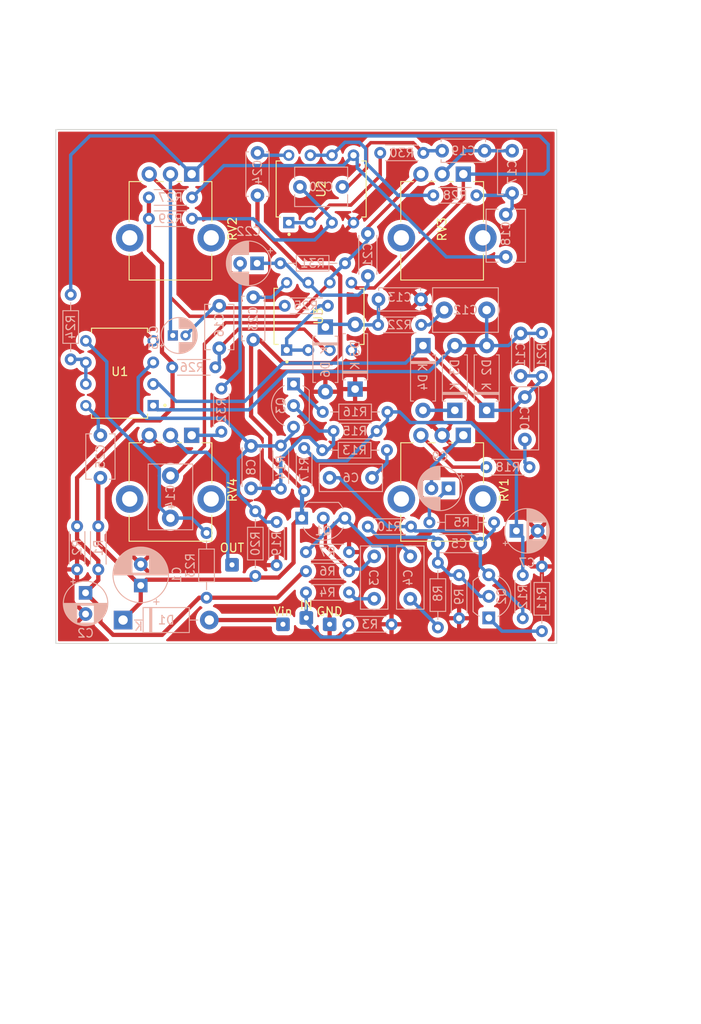
<source format=kicad_pcb>
(kicad_pcb (version 20221018) (generator pcbnew)
  (layers (0 "F.Cu" signal) (31 "B.Cu" signal) (34 "B.Paste" user) (35 "F.Paste" user) (36 "B.SilkS" user "B.Silkscreen") (37 "F.SilkS" user "F.Silkscreen") (38 "B.Mask" user) (39 "F.Mask" user) (44 "Edge.Cuts" user))
  (net 0 "")
  (net 1 "GND")
  (net 2 "/+4.5V")
  (net 3 "Net-(C3-Pad1)")
  (net 4 "Net-(Q1-G)")
  (net 5 "Net-(Q1-S)")
  (net 6 "Net-(C4-Pad2)")
  (net 7 "Net-(Q2-B)")
  (net 8 "Net-(Q2-C)")
  (net 9 "Net-(C6-Pad2)")
  (net 10 "Net-(C7-Pad1)")
  (net 11 "Net-(Q3-B)")
  (net 12 "Net-(Q3-C)")
  (net 13 "Net-(C9-Pad1)")
  (net 14 "Net-(C9-Pad2)")
  (net 15 "Net-(C10-Pad1)")
  (net 16 "Net-(D2-A)")
  (net 17 "Net-(D2-K)")
  (net 18 "Net-(C12-Pad2)")
  (net 19 "Net-(D5-A)")
  (net 20 "Net-(U1B-+)")
  (net 21 "Net-(C15-Pad1)")
  (net 22 "Net-(C15-Pad2)")
  (net 23 "Net-(U3A-+)")
  (net 24 "Net-(C17-Pad1)")
  (net 25 "Net-(C17-Pad2)")
  (net 26 "Net-(U2B-+)")
  (net 27 "Net-(C19-Pad1)")
  (net 28 "Net-(U2A-+)")
  (net 29 "Net-(C21-Pad1)")
  (net 30 "Net-(U3B--)")
  (net 31 "Net-(C22-Pad2)")
  (net 32 "Net-(D3-K)")
  (net 33 "/Vin")
  (net 34 "Net-(Q2-E)")
  (net 35 "Net-(Q3-E)")
  (net 36 "/In")
  (net 37 "Net-(R18-Pad1)")
  (net 38 "Net-(U3B-+)")
  (net 39 "Net-(U1B--)")
  (net 40 "Net-(U3A--)")
  (net 41 "Net-(U2B--)")
  (net 42 "Net-(U2A--)")
  (net 43 "Net-(R32-Pad2)")
  (net 44 "/out")
  (net 45 "/9V")
  (net 46 "Net-(U3C-V+)")
  (net 47 "Net-(U2C-V+)")
  (net 48 "Net-(U1C-V+)")
  (footprint "OpAmps:TL072" (layer "F.Cu") (at 76.75 61.75 90)
    (fp_text reference "U2")
    (fp_text value "TL072")
  )
  (footprint "Connector_Wire:SolderWire-0.1sqmm_1x01_D0.4mm_OD1mm" (layer "F.Cu") (at 72.25 113)
    (fp_text reference "Vin")
    (fp_text value "SolderWire-0.1sqmm_1x01_D0.4mm_OD1mm")
  )
  (footprint "Connector_Wire:SolderWire-0.1sqmm_1x01_D0.4mm_OD1mm" (layer "F.Cu") (at 66.25 106)
    (fp_text reference "OUT")
    (fp_text value "SolderWire-0.1sqmm_1x01_D0.4mm_OD1mm")
  )
  (footprint "OpAmps:TL072" (layer "F.Cu") (at 76.5 76.75 90)
    (fp_text reference "U3")
    (fp_text value "TL072")
  )
  (footprint "Connector_Wire:SolderWire-0.1sqmm_1x01_D0.4mm_OD1mm" (layer "F.Cu") (at 77.75 113)
    (fp_text reference "GND")
    (fp_text value "SolderWire-0.1sqmm_1x01_D0.4mm_OD1mm")
  )
  (footprint "Potentiometer_THT:Potentiometer_Alpha_RD901F-40-00D_Single_Vertical_CircularHoles" (layer "F.Cu") (at 93.5 60 -90)
    (fp_text reference "RV3")
    (fp_text value "10k")
  )
  (footprint "Potentiometer_THT:Potentiometer_Alpha_RD901F-40-00D_Single_Vertical_CircularHoles" (layer "F.Cu") (at 61.5 90.75 -90)
    (fp_text reference "RV4")
    (fp_text value "10k")
  )
  (footprint "OpAmps:TL072" (layer "F.Cu") (at 53 83.44 180)
    (fp_text reference "U1")
    (fp_text value "TL072")
  )
  (footprint "Potentiometer_THT:Potentiometer_Alpha_RD901F-40-00D_Single_Vertical_CircularHoles" (layer "F.Cu") (at 93.5 90.75 -90)
    (fp_text reference "RV1")
    (fp_text value "250k")
  )
  (footprint "Connector_Wire:SolderWire-0.1sqmm_1x01_D0.4mm_OD1mm" (layer "F.Cu") (at 75 112.25)
    (fp_text reference "IN")
    (fp_text value "SolderWire-0.1sqmm_1x01_D0.4mm_OD1mm")
  )
  (footprint "Potentiometer_THT:Potentiometer_Alpha_RD901F-40-00D_Single_Vertical_CircularHoles" (layer "F.Cu") (at 61.5 60 -90)
    (fp_text reference "RV2")
    (fp_text value "10k")
  )
  (footprint "Resistor_THT:R_Axial_DIN0204_L3.6mm_D1.6mm_P5.08mm_Horizontal" (layer "B.Cu") (at 72.46 75.5)
    (fp_text reference "R25")
    (fp_text value "330")
  )
  (footprint "Resistor_THT:R_Axial_DIN0204_L3.6mm_D1.6mm_P7.62mm_Horizontal" (layer "B.Cu") (at 63.25 102.25 -90)
    (fp_text reference "R23")
    (fp_text value "68k")
  )
  (footprint "Resistor_THT:R_Axial_DIN0204_L3.6mm_D1.6mm_P5.08mm_Horizontal" (layer "B.Cu") (at 48 101.46 -90)
    (fp_text reference "R2")
    (fp_text value "10k")
  )
  (footprint "Diode_THT:D_A-405_P7.62mm_Horizontal" (layer "B.Cu") (at 77.25 78 -90)
    (fp_text reference "D6")
    (fp_text value "1N4148")
  )
  (footprint "Resistor_THT:R_Axial_DIN0204_L3.6mm_D1.6mm_P5.08mm_Horizontal" (layer "B.Cu") (at 82.25 101.5)
    (fp_text reference "R10")
    (fp_text value "470k")
  )
  (footprint "Resistor_THT:R_Axial_DIN0204_L3.6mm_D1.6mm_P5.08mm_Horizontal" (layer "B.Cu") (at 83.46 77.75)
    (fp_text reference "R22")
    (fp_text value "20k")
  )
  (footprint "Capacitor_THT:C_Disc_D4.3mm_W1.9mm_P5.00mm" (layer "B.Cu") (at 68.5 97 90)
    (fp_text reference "C8")
    (fp_text value "100p")
  )
  (footprint "Capacitor_THT:C_Disc_D4.3mm_W1.9mm_P5.00mm" (layer "B.Cu") (at 100.25 83.75 90)
    (fp_text reference "C11")
    (fp_text value "100p")
  )
  (footprint "Resistor_THT:R_Axial_DIN0204_L3.6mm_D1.6mm_P5.08mm_Horizontal" (layer "B.Cu") (at 78.21 90.25)
    (fp_text reference "R15")
    (fp_text value "100k")
  )
  (footprint "Capacitor_THT:C_Disc_D5.0mm_W2.5mm_P5.00mm" (layer "B.Cu") (at 69.25 62.5 90)
    (fp_text reference "C24")
    (fp_text value "0.1uF")
  )
  (footprint "Resistor_THT:R_Axial_DIN0204_L3.6mm_D1.6mm_P7.62mm_Horizontal" (layer "B.Cu") (at 97.12 101 180)
    (fp_text reference "R5")
    (fp_text value "150")
  )
  (footprint "Diode_THT:D_A-405_P7.62mm_Horizontal" (layer "B.Cu") (at 88.75 80.19 -90)
    (fp_text reference "D4")
    (fp_text value "1N4148")
  )
  (footprint "Capacitor_THT:C_Disc_D6.0mm_W4.4mm_P5.00mm" (layer "B.Cu") (at 74.25 61.5)
    (fp_text reference "C20")
    (fp_text value "4700pF")
  )
  (footprint "Resistor_THT:R_Axial_DIN0204_L3.6mm_D1.6mm_P5.08mm_Horizontal" (layer "B.Cu") (at 100.5 107.21 -90)
    (fp_text reference "R12")
    (fp_text value "10k")
  )
  (footprint "Package_TO_SOT_THT:TO-92_Inline_Wide" (layer "B.Cu") (at 74.46 100.5)
    (fp_text reference "Q1")
    (fp_text value "NJFET")
  )
  (footprint "Capacitor_THT:C_Disc_D5.1mm_W3.2mm_P5.00mm" (layer "B.Cu") (at 64.75 80.5 90)
    (fp_text reference "C16")
    (fp_text value "0.068uF")
  )
  (footprint "Resistor_THT:R_Axial_DIN0204_L3.6mm_D1.6mm_P5.08mm_Horizontal" (layer "B.Cu") (at 72 97.04 90)
    (fp_text reference "R14")
    (fp_text value "470k")
  )
  (footprint "Capacitor_THT:C_Disc_D5.0mm_W2.5mm_P5.00mm" (layer "B.Cu") (at 91 57.25)
    (fp_text reference "C19")
    (fp_text value "0.1uF")
  )
  (footprint "Capacitor_THT:CP_Radial_D5.0mm_P2.00mm" (layer "B.Cu") (at 91.75 97 180)
    (fp_text reference "C9")
    (fp_text value "10uF")
  )
  (footprint "Capacitor_THT:C_Disc_D6.0mm_W4.4mm_P5.00mm" (layer "B.Cu") (at 98.5 69.75 90)
    (fp_text reference "C18")
    (fp_text value "6800pF")
  )
  (footprint "Resistor_THT:R_Axial_DIN0204_L3.6mm_D1.6mm_P5.08mm_Horizontal" (layer "B.Cu") (at 74.96 106.75)
    (fp_text reference "R6")
    (fp_text value "1M")
  )
  (footprint "Resistor_THT:R_Axial_DIN0204_L3.6mm_D1.6mm_P7.62mm_Horizontal" (layer "B.Cu") (at 102.75 113.81 90)
    (fp_text reference "R11")
    (fp_text value "22")
  )
  (footprint "Resistor_THT:R_Axial_DIN0204_L3.6mm_D1.6mm_P5.08mm_Horizontal" (layer "B.Cu") (at 95.04 62.5 180)
    (fp_text reference "R28")
    (fp_text value "330")
  )
  (footprint "Capacitor_THT:CP_Radial_D5.0mm_P2.00mm" (layer "B.Cu") (at 69.205113 70.5 180)
    (fp_text reference "C22")
    (fp_text value "10uF")
  )
  (footprint "Capacitor_THT:CP_Radial_D5.0mm_P2.50mm" (layer "B.Cu") (at 49 109.294888 -90)
    (fp_text reference "C2")
    (fp_text value "47u")
  )
  (footprint "Resistor_THT:R_Axial_DIN0204_L3.6mm_D1.6mm_P5.08mm_Horizontal" (layer "B.Cu") (at 102.75 83.79 90)
    (fp_text reference "R21")
    (fp_text value "220k")
  )
  (footprint "Resistor_THT:R_Axial_DIN0204_L3.6mm_D1.6mm_P5.08mm_Horizontal" (layer "B.Cu") (at 88.79 57.5 180)
    (fp_text reference "R30")
    (fp_text value "330")
  )
  (footprint "Diode_THT:D_A-405_P7.62mm_Horizontal" (layer "B.Cu") (at 80.75 85.31 90)
    (fp_text reference "D5")
    (fp_text value "1N4148")
  )
  (footprint "Capacitor_THT:C_Disc_D5.1mm_W3.2mm_P5.00mm" (layer "B.Cu") (at 50.75 95.75 90)
    (fp_text reference "C25")
    (fp_text value "0.1uF")
  )
  (footprint "Capacitor_THT:C_Rect_L7.2mm_W3.0mm_P5.00mm_FKS2_FKP2_MKS2_MKP2" (layer "B.Cu") (at 87.25 105 -90)
    (fp_text reference "C4")
    (fp_text value "0.047u")
  )
  (footprint "Resistor_THT:R_Axial_DIN0204_L3.6mm_D1.6mm_P5.08mm_Horizontal" (layer "B.Cu") (at 61.54 65.25 180)
    (fp_text reference "R29")
    (fp_text value "100k")
  )
  (footprint "Resistor_THT:R_Axial_DIN0204_L3.6mm_D1.6mm_P5.08mm_Horizontal" (layer "B.Cu") (at 65 85.25 -90)
    (fp_text reference "R32")
    (fp_text value "100")
  )
  (footprint "Resistor_THT:R_Axial_DIN0204_L3.6mm_D1.6mm_P5.08mm_Horizontal" (layer "B.Cu") (at 74.96 104.5)
    (fp_text reference "R7")
    (fp_text value "10k")
  )
  (footprint "Capacitor_THT:C_Rect_L7.2mm_W3.0mm_P5.00mm_FKS2_FKP2_MKS2_MKP2" (layer "B.Cu") (at 77.75 95.75)
    (fp_text reference "C6")
    (fp_text value "0.047u")
  )
  (footprint "Capacitor_THT:C_Disc_D5.1mm_W3.2mm_P5.00mm" (layer "B.Cu") (at 99.25 62.25 90)
    (fp_text reference "C17")
    (fp_text value "0.15uF")
  )
  (footprint "Capacitor_THT:C_Disc_D4.3mm_W1.9mm_P5.00mm" (layer "B.Cu") (at 90.5 103.5)
    (fp_text reference "C5")
    (fp_text value "100p")
  )
  (footprint "Resistor_THT:R_Axial_DIN0204_L3.6mm_D1.6mm_P5.08mm_Horizontal" (layer "B.Cu") (at 74.75 92.25 -90)
    (fp_text reference "R17")
    (fp_text value "1k")
  )
  (footprint "Package_TO_SOT_THT:TO-92_Inline_Wide" (layer "B.Cu") (at 73.5 84.71 -90)
    (fp_text reference "Q3")
    (fp_text value "2N3906")
  )
  (footprint "Resistor_THT:R_Axial_DIN0204_L3.6mm_D1.6mm_P7.62mm_Horizontal" (layer "B.Cu") (at 79.56 70.5 180)
    (fp_text reference "R31")
    (fp_text value "3.3k")
  )
  (footprint "Capacitor_THT:C_Disc_D4.3mm_W1.9mm_P5.00mm" (layer "B.Cu") (at 82.25 72 90)
    (fp_text reference "C21")
    (fp_text value "470pF")
  )
  (footprint "Resistor_THT:R_Axial_DIN0204_L3.6mm_D1.6mm_P5.08mm_Horizontal" (layer "B.Cu") (at 61.54 62.75 180)
    (fp_text reference "R27")
    (fp_text value "82k")
  )
  (footprint "Diode_THT:D_A-405_P7.62mm_Horizontal" (layer "B.Cu") (at 92.5 87.81 90)
    (fp_text reference "D3")
    (fp_text value "1N4148")
  )
  (footprint "Resistor_THT:R_Axial_DIN0204_L3.6mm_D1.6mm_P7.62mm_Horizontal" (layer "B.Cu") (at 47.25 74.19 -90)
    (fp_text reference "R24")
    (fp_text value "3.3k")
  )
  (footprint "Diode_THT:D_A-405_P7.62mm_Horizontal" (layer "B.Cu") (at 96.25 87.81 90)
    (fp_text reference "D2")
    (fp_text value "1N4148")
  )
  (footprint "Resistor_THT:R_Axial_DIN0204_L3.6mm_D1.6mm_P5.08mm_Horizontal" (layer "B.Cu") (at 71.5 100.96 -90)
    (fp_text reference "R19")
    (fp_text value "10k")
  )
  (footprint "Resistor_THT:R_Axial_DIN0204_L3.6mm_D1.6mm_P7.62mm_Horizontal" (layer "B.Cu") (at 69 107.31 90)
    (fp_text reference "R20")
    (fp_text value "68k")
  )
  (footprint "Capacitor_THT:C_Disc_D4.7mm_W2.5mm_P5.00mm" (layer "B.Cu") (at 88.5 74.75 180)
    (fp_text reference "C13")
    (fp_text value "1000p")
  )
  (footprint "Resistor_THT:R_Axial_DIN0204_L3.6mm_D1.6mm_P7.62mm_Horizontal" (layer "B.Cu") (at 90.5 113.37 90)
    (fp_text reference "R8")
    (fp_text value "22k")
  )
  (footprint "Resistor_THT:R_Axial_DIN0204_L3.6mm_D1.6mm_P5.08mm_Horizontal" (layer "B.Cu") (at 64.29 82.75 180)
    (fp_text reference "R26")
    (fp_text value "100k")
  )
  (footprint "Resistor_THT:R_Axial_DIN0204_L3.6mm_D1.6mm_P5.08mm_Horizontal" (layer "B.Cu") (at 79.96 113)
    (fp_text reference "R3")
    (fp_text value "2.2M")
  )
  (footprint "Resistor_THT:R_Axial_DIN0204_L3.6mm_D1.6mm_P7.62mm_Horizontal" (layer "B.Cu") (at 84.5 92.5 180)
    (fp_text reference "R13")
    (fp_text value "22k")
  )
  (footprint "Capacitor_THT:C_Disc_D7.5mm_W5.0mm_P5.00mm" (layer "B.Cu") (at 96.25 76 180)
    (fp_text reference "C12")
    (fp_text value "1u")
  )
  (footprint "Capacitor_THT:C_Disc_D5.0mm_W2.5mm_P5.00mm" (layer "B.Cu") (at 68.75 79.5 90)
    (fp_text reference "C23")
    (fp_text value "0.1uF")
  )
  (footprint "Capacitor_THT:CP_Radial_D5.0mm_P2.50mm" (layer "B.Cu") (at 99.75 102)
    (fp_text reference "C7")
    (fp_text value "47u")
  )
  (footprint "Capacitor_THT:CP_Radial_D4.0mm_P1.50mm" (layer "B.Cu") (at 59.277401 79)
    (fp_text reference "C15")
    (fp_text value "1.5uF")
  )
  (footprint "Resistor_THT:R_Axial_DIN0204_L3.6mm_D1.6mm_P5.08mm_Horizontal" (layer "B.Cu") (at 93 107.21 -90)
    (fp_text reference "R9")
    (fp_text value "100k")
  )
  (footprint "Package_TO_SOT_THT:TO-92_Inline_Wide" (layer "B.Cu") (at 96.5 112.25 90)
    (fp_text reference "Q2")
    (fp_text value "2N3904")
  )
  (footprint "Diode_THT:D_DO-41_SOD81_P10.16mm_Horizontal" (layer "B.Cu") (at 53.42 112.5)
    (fp_text reference "D1")
    (fp_text value "1N5817")
  )
  (footprint "Capacitor_THT:C_Rect_L7.2mm_W3.0mm_P5.00mm_FKS2_FKP2_MKS2_MKP2" (layer "B.Cu") (at 100.75 91.25 90)
    (fp_text reference "C10")
    (fp_text value "0.047u")
  )
  (footprint "Resistor_THT:R_Axial_DIN0204_L3.6mm_D1.6mm_P5.08mm_Horizontal" (layer "B.Cu") (at 74.96 109.25)
    (fp_text reference "R4")
    (fp_text value "1k")
  )
  (footprint "Resistor_THT:R_Axial_DIN0204_L3.6mm_D1.6mm_P5.08mm_Horizontal" (layer "B.Cu") (at 50.5 101.46 -90)
    (fp_text reference "R1")
    (fp_text value "10k")
  )
  (footprint "Capacitor_THT:CP_Radial_D6.3mm_P2.50mm" (layer "B.Cu") (at 55.5 108.432379 90)
    (fp_text reference "C1")
    (fp_text value "100u")
  )
  (footprint "Resistor_THT:R_Axial_DIN0204_L3.6mm_D1.6mm_P7.62mm_Horizontal" (layer "B.Cu") (at 76.94 88)
    (fp_text reference "R16")
    (fp_text value "120")
  )
  (footprint "Capacitor_THT:C_Rect_L7.2mm_W3.0mm_P5.00mm_FKS2_FKP2_MKS2_MKP2" (layer "B.Cu") (at 83 110 90)
    (fp_text reference "C3")
    (fp_text value "0.047u")
  )
  (footprint "Capacitor_THT:C_Disc_D7.5mm_W5.0mm_P5.00mm" (layer "B.Cu") (at 59 95.5 -90)
    (fp_text reference "C14")
    (fp_text value "1u")
  )
  (footprint "Resistor_THT:R_Axial_DIN0204_L3.6mm_D1.6mm_P5.08mm_Horizontal" (layer "B.Cu") (at 96.21 94.5)
    (fp_text reference "R18")
    (fp_text value "47k")
  )
  (gr_line (start 104.5 115.25) (end 45.5 115.25) (stroke (width 0.1)) (layer "Edge.Cuts"))
  (gr_line (start 45.5 115.25) (end 45.5 54.75) (stroke (width 0.1)) (layer "Edge.Cuts"))
  (gr_line (start 45.5 54.75) (end 104.5 54.75) (stroke (width 0.1)) (layer "Edge.Cuts"))
  (gr_line (start 104.5 54.75) (end 104.5 115.25) (stroke (width 0.1)) (layer "Edge.Cuts"))
  (segment (start 71.59 109.87) (end 74.96 106.5) (width 0.5) (layer "F.Cu") (net 2))
  (segment (start 50.5 107.794888) (end 49 109.294888) (width 0.5) (layer "F.Cu") (net 2))
  (segment (start 48 101.46) (end 48 95.75) (width 0.5) (layer "F.Cu") (net 2))
  (segment (start 59.21 82.19) (end 59.21 82.75) (width 0.5) (layer "F.Cu") (net 2))
  (segment (start 50.75 111.044888) (end 50.75 112.75) (width 0.5) (layer "F.Cu") (net 2))
  (segment (start 59.25 82.79) (end 59.21 82.75) (width 0.5) (layer "F.Cu") (net 2))
  (segment (start 58 70.5) (end 58 80.98) (width 0.5) (layer "F.Cu") (net 2))
  (segment (start 50.5 106.54) (end 50.5 105.5) (width 0.5) (layer "F.Cu") (net 2))
  (segment (start 57.75 89) (end 59.25 87.5) (width 0.5) (layer "F.Cu") (net 2))
  (segment (start 50.5 105.5) (end 48 103) (width 0.5) (layer "F.Cu") (net 2))
  (segment (start 50.75 112.75) (end 52.25 114.25) (width 0.5) (layer "F.Cu") (net 2))
  (segment (start 50.5 106.54) (end 50.5 107.794888) (width 0.5) (layer "F.Cu") (net 2))
  (segment (start 48 95.75) (end 54.75 89) (width 0.5) (layer "F.Cu") (net 2))
  (segment (start 56.46 62.75) (end 56.46 65.25) (width 0.5) (layer "F.Cu") (net 2))
  (segment (start 49 109.294888) (end 50.75 111.044888) (width 0.5) (layer "F.Cu") (net 2))
  (segment (start 56.46 65.25) (end 56.46 68.96) (width 0.5) (layer "F.Cu") (net 2))
  (segment (start 62.38 109.87) (end 71.59 109.87) (width 0.5) (layer "F.Cu") (net 2))
  (segment (start 52.25 114.25) (end 58 114.25) (width 0.5) (layer "F.Cu") (net 2))
  (segment (start 56.46 68.96) (end 58 70.5) (width 0.5) (layer "F.Cu") (net 2))
  (segment (start 58 114.25) (end 62.38 109.87) (width 0.5) (layer "F.Cu") (net 2))
  (segment (start 59.25 87.5) (end 59.25 82.79) (width 0.5) (layer "F.Cu") (net 2))
  (segment (start 48 103) (end 48 101.46) (width 0.5) (layer "F.Cu") (net 2))
  (segment (start 54.75 89) (end 57.75 89) (width 0.5) (layer "F.Cu") (net 2))
  (segment (start 58 80.98) (end 59.21 82.19) (width 0.5) (layer "F.Cu") (net 2))
  (segment (start 83 110) (end 80.79 110) (width 0.4) (layer "B.Cu") (net 3))
  (segment (start 80.79 110) (end 80.04 109.25) (width 0.4) (layer "B.Cu") (net 3))
  (segment (start 80.04 106.5) (end 80.04 106.75) (width 0.4) (layer "F.Cu") (net 4))
  (segment (start 77.25 100) (end 77.25 103.71) (width 0.4) (layer "F.Cu") (net 4))
  (segment (start 77.25 103.71) (end 80.04 106.5) (width 0.4) (layer "F.Cu") (net 4))
  (segment (start 81.5 106.5) (end 83 105) (width 0.4) (layer "B.Cu") (net 4))
  (segment (start 80.04 106.5) (end 81.5 106.5) (width 0.4) (layer "B.Cu") (net 4))
  (segment (start 86.25 103.75) (end 82.79 103.75) (width 0.4) (layer "B.Cu") (net 5))
  (segment (start 79.79 100.25) (end 79.25 100.25) (width 0.4) (layer "B.Cu") (net 5))
  (segment (start 82.79 103.75) (end 79.79 100.75) (width 0.4) (layer "B.Cu") (net 5))
  (segment (start 75 104.5) (end 74.96 104.5) (width 0.4) (layer "B.Cu") (net 5))
  (segment (start 87.25 104.75) (end 86.25 103.75) (width 0.4) (layer "B.Cu") (net 5))
  (segment (start 79.25 100.25) (end 75 104.5) (width 0.4) (layer "B.Cu") (net 5))
  (segment (start 87.25 105) (end 87.25 104.75) (width 0.4) (layer "B.Cu") (net 5))
  (segment (start 90.5 113.25) (end 90.5 113.37) (width 0.4) (layer "B.Cu") (net 6))
  (segment (start 87.25 110) (end 90.5 113.25) (width 0.4) (layer "B.Cu") (net 6))
  (segment (start 90 102.75) (end 90.5 103.25) (width 0.4) (layer "B.Cu") (net 7))
  (segment (start 93 107.21) (end 91.96 107.21) (width 0.4) (layer "B.Cu") (net 7))
  (segment (start 90.5 103.5) (end 90.5 105.75) (width 0.4) (layer "B.Cu") (net 7))
  (segment (start 90.5 103.25) (end 90.5 103.5) (width 0.4) (layer "B.Cu") (net 7))
  (segment (start 95.5 109.71) (end 96.5 109.71) (width 0.4) (layer "B.Cu") (net 7))
  (segment (start 91.96 107.21) (end 90.5 105.75) (width 0.4) (layer "B.Cu") (net 7))
  (segment (start 93 107.21) (end 95.5 109.71) (width 0.4) (layer "B.Cu") (net 7))
  (segment (start 83.5 102.75) (end 90 102.75) (width 0.4) (layer "B.Cu") (net 7))
  (segment (start 82.25 101.5) (end 83.5 102.75) (width 0.4) (layer "B.Cu") (net 7))
  (segment (start 89.928356 102) (end 94 102) (width 0.4) (layer "B.Cu") (net 8))
  (segment (start 100.5 112.29) (end 100.5 111.17) (width 0.4) (layer "B.Cu") (net 8))
  (segment (start 89.918356 102.01) (end 89.928356 102) (width 0.4) (layer "B.Cu") (net 8))
  (segment (start 100.5 111.17) (end 96.5 107.17) (width 0.4) (layer "B.Cu") (net 8))
  (segment (start 87.33 101.5) (end 87.84 102.01) (width 0.4) (layer "B.Cu") (net 8))
  (segment (start 95.5 103.5) (end 95.5 106.17) (width 0.4) (layer "B.Cu") (net 8))
  (segment (start 84.63137 101.5) (end 87.33 101.5) (width 0.4) (layer "B.Cu") (net 8))
  (segment (start 78.88137 95.75) (end 84.63137 101.5) (width 0.4) (layer "B.Cu") (net 8))
  (segment (start 94 102) (end 95.5 103.5) (width 0.4) (layer "B.Cu") (net 8))
  (segment (start 97.12 101.88) (end 95.5 103.5) (width 0.4) (layer "B.Cu") (net 8))
  (segment (start 77.75 95.75) (end 78.88137 95.75) (width 0.4) (layer "B.Cu") (net 8))
  (segment (start 87.84 102.01) (end 89.918356 102.01) (width 0.4) (layer "B.Cu") (net 8))
  (segment (start 95.5 106.17) (end 96.5 107.17) (width 0.4) (layer "B.Cu") (net 8))
  (segment (start 97.12 101) (end 97.12 101.88) (width 0.4) (layer "B.Cu") (net 8))
  (segment (start 84.5 92.5) (end 84.5 94) (width 0.4) (layer "B.Cu") (net 9))
  (segment (start 84.5 94) (end 82.75 95.75) (width 0.4) (layer "B.Cu") (net 9))
  (segment (start 84.56 88.98) (end 83.29 90.25) (width 0.4) (layer "B.Cu") (net 10))
  (segment (start 84.56 88) (end 86 88) (width 0.4) (layer "B.Cu") (net 10))
  (segment (start 100.5 107.21) (end 100.5 102.75) (width 0.4) (layer "B.Cu") (net 10))
  (segment (start 79.79 93.75) (end 83.29 90.25) (width 0.4) (layer "B.Cu") (net 10))
  (segment (start 74.75 92.25) (end 76.25 93.75) (width 0.4) (layer "B.Cu") (net 10))
  (segment (start 99.75 94.58) (end 99.75 102) (width 0.4) (layer "B.Cu") (net 10))
  (segment (start 76.25 93.75) (end 79.79 93.75) (width 0.4) (layer "B.Cu") (net 10))
  (segment (start 84.56 88) (end 84.56 88.98) (width 0.4) (layer "B.Cu") (net 10))
  (segment (start 94.42 89.25) (end 99.75 94.58) (width 0.4) (layer "B.Cu") (net 10))
  (segment (start 86 88) (end 87.25 89.25) (width 0.4) (layer "B.Cu") (net 10))
  (segment (start 100.5 102.75) (end 99.75 102) (width 0.4) (layer "B.Cu") (net 10))
  (segment (start 87.25 89.25) (end 94.42 89.25) (width 0.4) (layer "B.Cu") (net 10))
  (segment (start 71.96 97) (end 72 97.04) (width 0.4) (layer "B.Cu") (net 11))
  (segment (start 78.21 91.79) (end 78.21 90.25) (width 0.4) (layer "B.Cu") (net 11))
  (segment (start 69.25 97) (end 71.96 97) (width 0.4) (layer "B.Cu") (net 11))
  (segment (start 75.38 91) (end 76.88 92.5) (width 0.4) (layer "B.Cu") (net 11))
  (segment (start 72 93.5) (end 74.5 91) (width 0.4) (layer "B.Cu") (net 11))
  (segment (start 74.5 91) (end 75.38 91) (width 0.4) (layer "B.Cu") (net 11))
  (segment (start 76.88 92.5) (end 77.5 92.5) (width 0.4) (layer "B.Cu") (net 11))
  (segment (start 76.5 90.25) (end 78.21 90.25) (width 0.4) (layer "B.Cu") (net 11))
  (segment (start 73.5 87.25) (end 76.5 90.25) (width 0.4) (layer "B.Cu") (net 11))
  (segment (start 77.5 92.5) (end 78.21 91.79) (width 0.4) (layer "B.Cu") (net 11))
  (segment (start 72 97.04) (end 72 93.5) (width 0.4) (layer "B.Cu") (net 11))
  (segment (start 56.18 88.75) (end 65.25 88.75) (width 0.4) (layer "B.Cu") (net 12))
  (segment (start 70.27 100.96) (end 69 99.69) (width 0.4) (layer "B.Cu") (net 12))
  (segment (start 67 93.5) (end 67 97.69) (width 0.4) (layer "B.Cu") (net 12))
  (segment (start 65.25 88.75) (end 68.5 92) (width 0.4) (layer "B.Cu") (net 12))
  (segment (start 56.97 82.17) (end 55.2 83.94) (width 0.4) (layer "B.Cu") (net 12))
  (segment (start 68.5 92) (end 67 93.5) (width 0.4) (layer "B.Cu") (net 12))
  (segment (start 73.5 89.79) (end 73.5 90.46) (width 0.4) (layer "B.Cu") (net 12))
  (segment (start 68.5 92) (end 71.96 92) (width 0.4) (layer "B.Cu") (net 12))
  (segment (start 55.2 83.94) (end 55.2 87.77) (width 0.4) (layer "B.Cu") (net 12))
  (segment (start 73.5 90.46) (end 72 91.96) (width 0.4) (layer "B.Cu") (net 12))
  (segment (start 55.2 87.77) (end 56.18 88.75) (width 0.4) (layer "B.Cu") (net 12))
  (segment (start 71.96 92) (end 72 91.96) (width 0.4) (layer "B.Cu") (net 12))
  (segment (start 71.5 100.96) (end 70.27 100.96) (width 0.4) (layer "B.Cu") (net 12))
  (segment (start 67 97.69) (end 69 99.69) (width 0.4) (layer "B.Cu") (net 12))
  (segment (start 89.5 101) (end 89.5 99.25) (width 0.4) (layer "B.Cu") (net 13))
  (segment (start 89.5 99.25) (end 91.75 97) (width 0.4) (layer "B.Cu") (net 13))
  (segment (start 89.75 94.5) (end 93.5 90.75) (width 0.4) (layer "B.Cu") (net 14))
  (segment (start 89.75 97) (end 89.75 94.5) (width 0.4) (layer "B.Cu") (net 14))
  (segment (start 100.75 91.25) (end 100.75 93.96) (width 0.4) (layer "B.Cu") (net 15))
  (segment (start 100.75 93.96) (end 101.29 94.5) (width 0.4) (layer "B.Cu") (net 15))
  (segment (start 102.71 78.75) (end 102.75 78.71) (width 0.4) (layer "B.Cu") (net 16))
  (segment (start 100.25 78.75) (end 102.71 78.75) (width 0.4) (layer "B.Cu") (net 16))
  (segment (start 96.25 80.19) (end 98.81 80.19) (width 0.4) (layer "B.Cu") (net 16))
  (segment (start 56.97 87.25) (end 57.47 87.75) (width 0.4) (layer "B.Cu") (net 16))
  (segment (start 92.5 80.19) (end 96.25 80.19) (width 0.4) (layer "B.Cu") (net 16))
  (segment (start 89.44 83.25) (end 92.5 80.19) (width 0.4) (layer "B.Cu") (net 16))
  (segment (start 68.25 87.75) (end 72.75 83.25) (width 0.4) (layer "B.Cu") (net 16))
  (segment (start 57.47 87.75) (end 68.25 87.75) (width 0.4) (layer "B.Cu") (net 16))
  (segment (start 72.75 83.25) (end 89.44 83.25) (width 0.4) (layer "B.Cu") (net 16))
  (segment (start 96.25 76) (end 96.25 80.19) (width 0.4) (layer "B.Cu") (net 16))
  (segment (start 98.81 80.19) (end 100.25 78.75) (width 0.4) (layer "B.Cu") (net 16))
  (segment (start 96.25 87.69) (end 96.25 87.81) (width 0.4) (layer "F.Cu") (net 17))
  (segment (start 88.75 80.19) (end 96.25 87.69) (width 0.4) (layer "F.Cu") (net 17))
  (segment (start 57.621248 84.71) (end 59.661248 86.75) (width 0.4) (layer "B.Cu") (net 17))
  (segment (start 67.75 86.75) (end 72.25 82.25) (width 0.4) (layer "B.Cu") (net 17))
  (segment (start 102.71 83.75) (end 102.75 83.79) (width 0.4) (layer "B.Cu") (net 17))
  (segment (start 96.25 87.81) (end 99.19 87.81) (width 0.4) (layer "B.Cu") (net 17))
  (segment (start 72.25 82.25) (end 86.69 82.25) (width 0.4) (layer "B.Cu") (net 17))
  (segment (start 56.97 84.71) (end 57.621248 84.71) (width 0.4) (layer "B.Cu") (net 17))
  (segment (start 99.19 87.81) (end 100.75 86.25) (width 0.4) (layer "B.Cu") (net 17))
  (segment (start 102.75 83.79) (end 102.75 84.25) (width 0.4) (layer "B.Cu") (net 17))
  (segment (start 59.661248 86.75) (end 67.75 86.75) (width 0.4) (layer "B.Cu") (net 17))
  (segment (start 102.75 84.25) (end 100.75 86.25) (width 0.4) (layer "B.Cu") (net 17))
  (segment (start 100.25 83.75) (end 102.71 83.75) (width 0.4) (layer "B.Cu") (net 17))
  (segment (start 86.69 82.25) (end 88.75 80.19) (width 0.4) (layer "B.Cu") (net 17))
  (segment (start 89.5 77.75) (end 91.25 76) (width 0.4) (layer "B.Cu") (net 18))
  (segment (start 88.54 77.75) (end 89.5 77.75) (width 0.4) (layer "B.Cu") (net 18))
  (segment (start 59 95.5) (end 59.5 95.5) (width 0.4) (layer "F.Cu") (net 19))
  (segment (start 59.5 95.5) (end 63 92) (width 0.4) (layer "F.Cu") (net 19))
  (segment (start 63 80) (end 65.5 77.5) (width 0.4) (layer "F.Cu") (net 19))
  (segment (start 63 92) (end 63 80) (width 0.4) (layer "F.Cu") (net 19))
  (segment (start 65.5 77.5) (end 77.06 77.5) (width 0.4) (layer "F.Cu") (net 19))
  (segment (start 77.06 77.5) (end 77.25 77.69) (width 0.4) (layer "F.Cu") (net 19))
  (segment (start 80.56 77.75) (end 83.46 77.75) (width 0.4) (layer "B.Cu") (net 19))
  (segment (start 83.5 77.71) (end 83.46 77.75) (width 0.4) (layer "B.Cu") (net 19))
  (segment (start 83.5 74.75) (end 83.5 77.71) (width 0.4) (layer "B.Cu") (net 19))
  (segment (start 77.25 77.69) (end 80.5 77.69) (width 0.4) (layer "B.Cu") (net 19))
  (segment (start 80.5 77.69) (end 80.56 77.75) (width 0.4) (layer "B.Cu") (net 19))
  (segment (start 51.5 88.5) (end 51.5 82.1) (width 0.4) (layer "B.Cu") (net 20))
  (segment (start 63.25 102.25) (end 61.5 100.5) (width 0.4) (layer "B.Cu") (net 20))
  (segment (start 51.5 82.1) (end 49.03 79.63) (width 0.4) (layer "B.Cu") (net 20))
  (segment (start 57.69 99.19) (end 57.69 94.69) (width 0.4) (layer "B.Cu") (net 20))
  (segment (start 57.69 94.69) (end 51.5 88.5) (width 0.4) (layer "B.Cu") (net 20))
  (segment (start 61.5 100.5) (end 59 100.5) (width 0.4) (layer "B.Cu") (net 20))
  (segment (start 59 100.5) (end 57.69 99.19) (width 0.4) (layer "B.Cu") (net 20))
  (segment (start 59 60) (end 59 78.722599) (width 0.4) (layer "B.Cu") (net 21))
  (segment (start 59 78.722599) (end 59.277401 79) (width 0.4) (layer "B.Cu") (net 21))
  (segment (start 65 75.75) (end 72.21 75.75) (width 0.4) (layer "F.Cu") (net 22))
  (segment (start 64.75 75.5) (end 65 75.75) (width 0.4) (layer "F.Cu") (net 22))
  (segment (start 72.21 75.75) (end 72.46 75.5) (width 0.4) (layer "F.Cu") (net 22))
  (segment (start 64.277401 75.5) (end 64.75 75.5) (width 0.4) (layer "B.Cu") (net 22))
  (segment (start 60.777401 79) (end 64.277401 75.5) (width 0.4) (layer "B.Cu") (net 22))
  (segment (start 67 78.25) (end 74.75 78.25) (width 0.4) (layer "F.Cu") (net 23))
  (segment (start 77.22 80.72) (end 77.77 80.72) (width 0.4) (layer "F.Cu") (net 23))
  (segment (start 74.75 78.25) (end 77.22 80.72) (width 0.4) (layer "F.Cu") (net 23))
  (segment (start 64.75 80.5) (end 67 78.25) (width 0.4) (layer "F.Cu") (net 23))
  (segment (start 64.75 80.5) (end 64.75 82.29) (width 0.4) (layer "B.Cu") (net 23))
  (segment (start 64.75 82.29) (end 64.29 82.75) (width 0.4) (layer "B.Cu") (net 23))
  (segment (start 99 62.5) (end 99.25 62.25) (width 0.4) (layer "B.Cu") (net 24))
  (segment (start 95.04 62.5) (end 99 62.5) (width 0.4) (layer "B.Cu") (net 24))
  (segment (start 98.5 64.75) (end 99.25 64) (width 0.4) (layer "B.Cu") (net 24))
  (segment (start 99.25 64) (end 99.25 62.25) (width 0.4) (layer "B.Cu") (net 24))
  (segment (start 91 60) (end 93.75 57.25) (width 0.4) (layer "B.Cu") (net 25))
  (segment (start 96 57.25) (end 99.25 57.25) (width 0.4) (layer "B.Cu") (net 25))
  (segment (start 93.75 57.25) (end 96 57.25) (width 0.4) (layer "B.Cu") (net 25))
  (segment (start 98.5 69.75) (end 91.5 69.75) (width 0.4) (layer "B.Cu") (net 26))
  (segment (start 91.5 69.75) (end 81 59.25) (width 0.4) (layer "B.Cu") (net 26))
  (segment (start 61.54 62.75) (end 65.29 59) (width 0.4) (layer "B.Cu") (net 26))
  (segment (start 65.29 59) (end 79.34 59) (width 0.4) (layer "B.Cu") (net 26))
  (segment (start 81 58.22) (end 80.56 57.78) (width 0.4) (layer "B.Cu") (net 26))
  (segment (start 79.34 59) (end 80.56 57.78) (width 0.4) (layer "B.Cu") (net 26))
  (segment (start 81 59.25) (end 81 58.22) (width 0.4) (layer "B.Cu") (net 26))
  (segment (start 79.25 61.5) (end 79.9 61.5) (width 0.4) (layer "F.Cu") (net 27))
  (segment (start 82.1 59.3) (end 82.1 56.8) (width 0.4) (layer "F.Cu") (net 27))
  (segment (start 87.59 56.3) (end 88.79 57.5) (width 0.4) (layer "F.Cu") (net 27))
  (segment (start 82.6 56.3) (end 87.59 56.3) (width 0.4) (layer "F.Cu") (net 27))
  (segment (start 79.9 61.5) (end 82.1 59.3) (width 0.4) (layer "F.Cu") (net 27))
  (segment (start 82.1 56.8) (end 82.6 56.3) (width 0.4) (layer "F.Cu") (net 27))
  (segment (start 91 57.25) (end 89.04 57.25) (width 0.4) (layer "B.Cu") (net 27))
  (segment (start 89.04 57.25) (end 88.79 57.5) (width 0.4) (layer "B.Cu") (net 27))
  (segment (start 68.75 65.25) (end 71.25 67.75) (width 0.4) (layer "B.Cu") (net 28))
  (segment (start 61.54 65.25) (end 68.75 65.25) (width 0.4) (layer "B.Cu") (net 28))
  (segment (start 71.25 67.75) (end 75.99 67.75) (width 0.4) (layer "B.Cu") (net 28))
  (segment (start 78.02 65.27) (end 78.02 65.72) (width 0.4) (layer "B.Cu") (net 28))
  (segment (start 74.25 61.5) (end 78.02 65.27) (width 0.4) (layer "B.Cu") (net 28))
  (segment (start 75.99 67.75) (end 78.02 65.72) (width 0.4) (layer "B.Cu") (net 28))
  (segment (start 74.78 72.78) (end 72.5 70.5) (width 0.4) (layer "B.Cu") (net 29))
  (segment (start 69.205113 70.5) (end 71.94 70.5) (width 0.4) (layer "B.Cu") (net 29))
  (segment (start 72.5 70.5) (end 71.94 70.5) (width 0.4) (layer "B.Cu") (net 29))
  (segment (start 82.25 72) (end 82.25 73.13137) (width 0.4) (layer "B.Cu") (net 29))
  (segment (start 81.13137 74.25) (end 76.7 74.25) (width 0.4) (layer "B.Cu") (net 29))
  (segment (start 82.25 73.13137) (end 81.13137 74.25) (width 0.4) (layer "B.Cu") (net 29))
  (segment (start 75.23 72.78) (end 74.78 72.78) (width 0.4) (layer "B.Cu") (net 29))
  (segment (start 76.7 74.25) (end 75.23 72.78) (width 0.4) (layer "B.Cu") (net 29))
  (segment (start 59 62.5) (end 59 74.5) (width 0.4) (layer "F.Cu") (net 30))
  (segment (start 61.24 76.74) (end 73.81 76.74) (width 0.4) (layer "F.Cu") (net 30))
  (segment (start 59 74.5) (end 61.24 76.74) (width 0.4) (layer "F.Cu") (net 30))
  (segment (start 82.25 66.25) (end 82.25 67) (width 0.4) (layer "F.Cu") (net 30))
  (segment (start 73.81 76.74) (end 77.77 72.78) (width 0.4) (layer "F.Cu") (net 30))
  (segment (start 56.5 60) (end 59 62.5) (width 0.4) (layer "F.Cu") (net 30))
  (segment (start 88.5 60) (end 82.25 66.25) (width 0.4) (layer "F.Cu") (net 30))
  (segment (start 82.25 67.81) (end 82.25 67) (width 0.4) (layer "B.Cu") (net 30))
  (segment (start 77.77 72.78) (end 77.77 72.29) (width 0.4) (layer "B.Cu") (net 30))
  (segment (start 77.77 72.29) (end 79.56 70.5) (width 0.4) (layer "B.Cu") (net 30))
  (segment (start 79.56 70.5) (end 82.25 67.81) (width 0.4) (layer "B.Cu") (net 30))
  (segment (start 65 85.25) (end 67.205113 83.044887) (width 0.4) (layer "B.Cu") (net 31))
  (segment (start 67.205113 83.044887) (end 67.205113 70.5) (width 0.4) (layer "B.Cu") (net 31))
  (segment (start 88.75 87.81) (end 92.5 87.81) (width 0.4) (layer "B.Cu") (net 32))
  (segment (start 72.25 113) (end 71.75 112.5) (width 0.5) (layer "F.Cu") (net 33))
  (segment (start 71.75 112.5) (end 63.58 112.5) (width 0.5) (layer "F.Cu") (net 33))
  (segment (start 98.06 113.81) (end 96.5 112.25) (width 0.4) (layer "B.Cu") (net 34))
  (segment (start 102.75 113.81) (end 98.06 113.81) (width 0.4) (layer "B.Cu") (net 34))
  (segment (start 76.75 88) (end 73.5 84.75) (width 0.4) (layer "B.Cu") (net 35))
  (segment (start 73.5 84.75) (end 73.5 84.71) (width 0.4) (layer "B.Cu") (net 35))
  (segment (start 76.94 88) (end 76.75 88) (width 0.4) (layer "B.Cu") (net 35))
  (segment (start 75 112.75) (end 76.75 114.5) (width 0.4) (layer "B.Cu") (net 36))
  (segment (start 79 114.5) (end 79.96 113.54) (width 0.4) (layer "B.Cu") (net 36))
  (segment (start 76.75 114.5) (end 79 114.5) (width 0.4) (layer "B.Cu") (net 36))
  (segment (start 75 112.25) (end 75 109.04) (width 0.4) (layer "B.Cu") (net 36))
  (segment (start 75 112.25) (end 75 112.75) (width 0.4) (layer "B.Cu") (net 36))
  (segment (start 79.96 113.54) (end 79.96 113) (width 0.4) (layer "B.Cu") (net 36))
  (segment (start 88.5 90.75) (end 92.25 94.5) (width 0.4) (layer "F.Cu") (net 37))
  (segment (start 92.25 94.5) (end 96.21 94.5) (width 0.4) (layer "F.Cu") (net 37))
  (segment (start 80.934 73.404) (end 80.31 72.78) (width 0.4) (layer "F.Cu") (net 38))
  (segment (start 93.5 60) (end 93.5 62.929433) (width 0.4) (layer "F.Cu") (net 38))
  (segment (start 93.5 62.929433) (end 83.025433 73.404) (width 0.4) (layer "F.Cu") (net 38))
  (segment (start 83.025433 73.404) (end 80.934 73.404) (width 0.4) (layer "F.Cu") (net 38))
  (segment (start 103.5 56.5) (end 103.5 59.5) (width 0.4) (layer "B.Cu") (net 38))
  (segment (start 102.5 55.5) (end 103.5 56.5) (width 0.4) (layer "B.Cu") (net 38))
  (segment (start 103.5 59.5) (end 103 60) (width 0.4) (layer "B.Cu") (net 38))
  (segment (start 103 60) (end 93.5 60) (width 0.4) (layer "B.Cu") (net 38))
  (segment (start 47.25 57.75) (end 49.5 55.5) (width 0.4) (layer "B.Cu") (net 38))
  (segment (start 61.5 60) (end 66 55.5) (width 0.4) (layer "B.Cu") (net 38))
  (segment (start 57 55.5) (end 61.5 60) (width 0.4) (layer "B.Cu") (net 38))
  (segment (start 66 55.5) (end 102.5 55.5) (width 0.4) (layer "B.Cu") (net 38))
  (segment (start 47.25 74.19) (end 47.25 57.75) (width 0.4) (layer "B.Cu") (net 38))
  (segment (start 49.5 55.5) (end 57 55.5) (width 0.4) (layer "B.Cu") (net 38))
  (segment (start 48.67 81.81) (end 49.03 82.17) (width 0.4) (layer "B.Cu") (net 39))
  (segment (start 47.25 81.81) (end 48.67 81.81) (width 0.4) (layer "B.Cu") (net 39))
  (segment (start 49.03 84.71) (end 49.03 82.17) (width 0.4) (layer "B.Cu") (net 39))
  (segment (start 77.54 75.5) (end 76.550051 75.5) (width 0.4) (layer "B.Cu") (net 40))
  (segment (start 76.550051 75.5) (end 72.69 79.360051) (width 0.4) (layer "B.Cu") (net 40))
  (segment (start 75.23 80.72) (end 72.69 80.72) (width 0.4) (layer "B.Cu") (net 40))
  (segment (start 72.69 79.360051) (end 72.69 80.72) (width 0.4) (layer "B.Cu") (net 40))
  (segment (start 78.02 57.78) (end 75.48 57.78) (width 0.4) (layer "B.Cu") (net 41))
  (segment (start 79.55 56.25) (end 78.02 57.78) (width 0.4) (layer "B.Cu") (net 41))
  (segment (start 85.827124 62.5) (end 82 58.672876) (width 0.4) (layer "B.Cu") (net 41))
  (segment (start 89.96 62.5) (end 85.827124 62.5) (width 0.4) (layer "B.Cu") (net 41))
  (segment (start 82 57) (end 81.25 56.25) (width 0.4) (layer "B.Cu") (net 41))
  (segment (start 82 58.672876) (end 82 57) (width 0.4) (layer "B.Cu") (net 41))
  (segment (start 81.25 56.25) (end 79.55 56.25) (width 0.4) (layer "B.Cu") (net 41))
  (segment (start 75.7 65.72) (end 77.77 63.65) (width 0.4) (layer "F.Cu") (net 42))
  (segment (start 77.77 63.65) (end 80.25 63.65) (width 0.4) (layer "F.Cu") (net 42))
  (segment (start 83.71 60.19) (end 83.71 57.25) (width 0.4) (layer "F.Cu") (net 42))
  (segment (start 80.25 63.65) (end 83.71 60.19) (width 0.4) (layer "F.Cu") (net 42))
  (segment (start 75.48 65.72) (end 72.94 65.72) (width 0.4) (layer "B.Cu") (net 42))
  (segment (start 61.5 90.75) (end 64.58 90.75) (width 0.4) (layer "B.Cu") (net 43))
  (segment (start 64.58 90.75) (end 65 90.33) (width 0.4) (layer "B.Cu") (net 43))
  (segment (start 61 92.75) (end 63.25 92.75) (width 0.4) (layer "B.Cu") (net 44))
  (segment (start 65.75 105.5) (end 66.25 106) (width 0.4) (layer "B.Cu") (net 44))
  (segment (start 63.25 92.75) (end 65.75 95.25) (width 0.4) (layer "B.Cu") (net 44))
  (segment (start 59 90.75) (end 61 92.75) (width 0.4) (layer "B.Cu") (net 44))
  (segment (start 65.75 95.25) (end 65.75 105.5) (width 0.4) (layer "B.Cu") (net 44))
  (segment (start 69.25 62.5) (end 69.25 65.95) (width 0.5) (layer "F.Cu") (net 45))
  (segment (start 68.56 107.75) (end 69 107.31) (width 0.5) (layer "F.Cu") (net 45))
  (segment (start 69.5 79.5) (end 68.75 79.5) (width 0.5) (layer "F.Cu") (net 45))
  (segment (start 78 71) (end 79 72) (width 0.5) (layer "F.Cu") (net 45))
  (segment (start 50.5 101.46) (end 50.5 103.5) (width 0.5) (layer "F.Cu") (net 45))
  (segment (start 55.5 108.432379) (end 56.182379 107.75) (width 0.5) (layer "F.Cu") (net 45))
  (segment (start 55.432379 108.432379) (end 55.5 108.432379) (width 0.5) (layer "F.Cu") (net 45))
  (segment (start 68.75 79.5) (end 68.5 79.75) (width 0.5) (layer "F.Cu") (net 45))
  (segment (start 50.5 101.46) (end 50.5 96) (width 0.5) (layer "F.Cu") (net 45))
  (segment (start 78 82.25) (end 72.25 82.25) (width 0.5) (layer "F.Cu") (net 45))
  (segment (start 56.182379 107.75) (end 68.56 107.75) (width 0.5) (layer "F.Cu") (net 45))
  (segment (start 71.75 107.5) (end 73.5 105.75) (width 0.5) (layer "F.Cu") (net 45))
  (segment (start 68.5 88.5) (end 70.75 90.75) (width 0.5) (layer "F.Cu") (net 45))
  (segment (start 55.5 110.42) (end 53.42 112.5) (width 0.5) (layer "F.Cu") (net 45))
  (segment (start 74.3 71) (end 78 71) (width 0.5) (layer "F.Cu") (net 45))
  (segment (start 79 81.25) (end 78 82.25) (width 0.5) (layer "F.Cu") (net 45))
  (segment (start 79 72) (end 79 81.25) (width 0.5) (layer "F.Cu") (net 45))
  (segment (start 50.5 96) (end 50.75 95.75) (width 0.5) (layer "F.Cu") (net 45))
  (segment (start 73.5 105.75) (end 73.5 101.21) (width 0.5) (layer "F.Cu") (net 45))
  (segment (start 69.19 107.5) (end 71.75 107.5) (width 0.5) (layer "F.Cu") (net 45))
  (segment (start 73.5 101.21) (end 74.71 100) (width 0.5) (layer "F.Cu") (net 45))
  (segment (start 50.5 103.5) (end 55.432379 108.432379) (width 0.5) (layer "F.Cu") (net 45))
  (segment (start 69.25 65.95) (end 74.3 71) (width 0.5) (layer "F.Cu") (net 45))
  (segment (start 72.25 82.25) (end 69.5 79.5) (width 0.5) (layer "F.Cu") (net 45))
  (segment (start 69 107.31) (end 69.19 107.5) (width 0.5) (layer "F.Cu") (net 45))
  (segment (start 70.75 93.33) (end 74.75 97.33) (width 0.5) (layer "F.Cu") (net 45))
  (segment (start 68.5 79.75) (end 68.5 88.5) (width 0.5) (layer "F.Cu") (net 45))
  (segment (start 55.5 108.432379) (end 55.5 110.42) (width 0.5) (layer "F.Cu") (net 45))
  (segment (start 70.75 90.75) (end 70.75 93.33) (width 0.5) (layer "F.Cu") (net 45))
  (segment (start 74.75 97.33) (end 74.5 97.58) (width 0.5) (layer "B.Cu") (net 45))
  (segment (start 74.5 99.79) (end 74.71 100) (width 0.5) (layer "B.Cu") (net 45))
  (segment (start 74.5 97.58) (end 74.5 99.79) (width 0.5) (layer "B.Cu") (net 45))
  (segment (start 68.75 74.5) (end 70.97 74.5) (width 0.4) (layer "B.Cu") (net 46))
  (segment (start 70.97 74.5) (end 72.69 72.78) (width 0.4) (layer "B.Cu") (net 46))
  (segment (start 69.53 57.78) (end 69.25 57.5) (width 0.4) (layer "B.Cu") (net 47))
  (segment (start 72.94 57.78) (end 69.53 57.78) (width 0.4) (layer "B.Cu") (net 47))
  (segment (start 50.5 88.72) (end 50.5 90.5) (width 0.4) (layer "B.Cu") (net 48))
  (segment (start 50.5 90.5) (end 50.75 90.75) (width 0.4) (layer "B.Cu") (net 48))
  (segment (start 49.03 87.25) (end 50.5 88.72) (width 0.4) (layer "B.Cu") (net 48))
  (zone (net 1) (net_name "GND") (layer "F.Cu") (connect_pads (clearance 0.5)) (min_thickness 0.25) (fill yes (thermal_gap 0.5) (thermal_bridge_width 0.5))
    (polygon (pts (xy 104.5 115.25) (xy 45.5 115.25) (xy 45.5 54.75) (xy 104.5 54.75)))
  )
)
</source>
